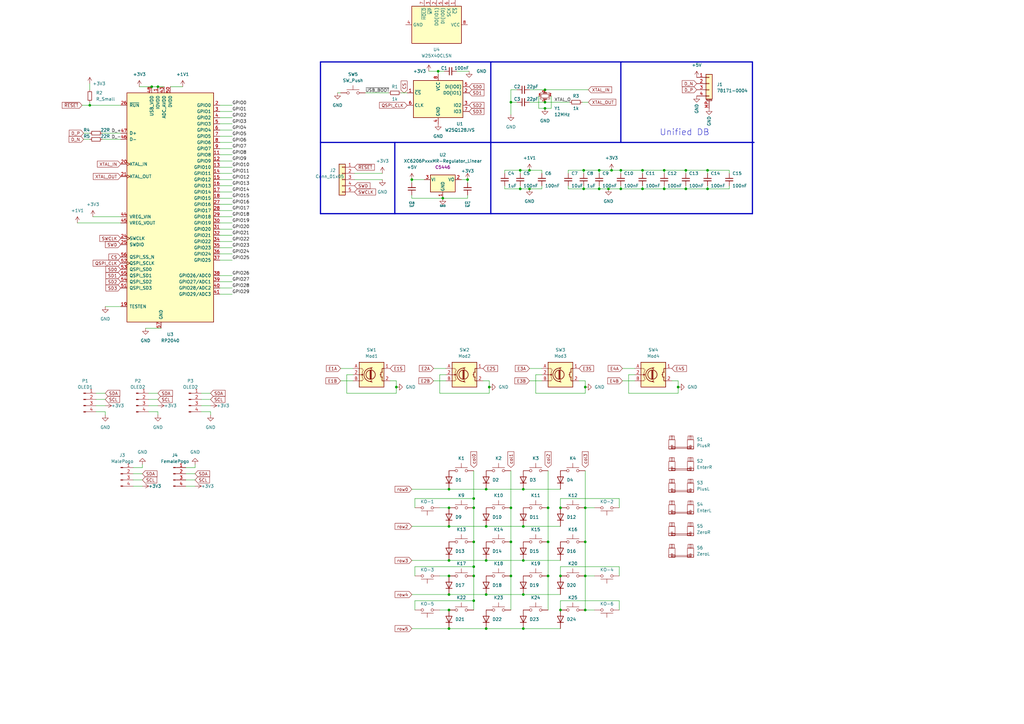
<source format=kicad_sch>
(kicad_sch (version 20230121) (generator eeschema)
  (paper "A3")
  (junction (at 200.66 158.75))
  (junction (at 217.17 77.47))
  (junction (at 184.15 229.87))
  (junction (at 162.56 158.75))
  (junction (at 214.63 200.66))
  (junction (at 64.77 35.56))
  (junction (at 229.87 236.22))
  (junction (at 214.63 243.84))
  (junction (at 240.03 236.22))
  (junction (at 199.39 257.81))
  (junction (at 240.03 250.19))
  (junction (at 184.15 257.81))
  (junction (at 224.79 208.28))
  (junction (at 194.31 232.41))
  (junction (at 181.61 81.28) (diameter 0.9144))
  (junction (at 214.63 229.87))
  (junction (at 194.31 246.38))
  (junction (at 239.395 77.47))
  (junction (at 184.15 250.19))
  (junction (at 245.745 77.47))
  (junction (at 184.15 243.84))
  (junction (at 240.03 208.28))
  (junction (at 191.77 73.66) (diameter 0.9144))
  (junction (at 199.39 200.66))
  (junction (at 223.52 41.91))
  (junction (at 199.39 215.9))
  (junction (at 184.15 200.66))
  (junction (at 209.55 222.25))
  (junction (at 240.03 158.75))
  (junction (at 278.13 158.75))
  (junction (at 184.15 208.28))
  (junction (at 213.36 77.47))
  (junction (at 254.635 77.47))
  (junction (at 184.15 236.22))
  (junction (at 245.745 69.85))
  (junction (at 250.825 69.85))
  (junction (at 179.705 29.21))
  (junction (at 223.52 36.83))
  (junction (at 213.36 69.85))
  (junction (at 184.15 215.9))
  (junction (at 240.03 222.25))
  (junction (at 239.395 69.85))
  (junction (at 224.79 236.22))
  (junction (at 214.63 215.9))
  (junction (at 229.87 208.28))
  (junction (at 62.23 35.56))
  (junction (at 281.305 77.47))
  (junction (at 290.195 77.47))
  (junction (at 281.305 69.85))
  (junction (at 217.17 69.85))
  (junction (at 224.79 222.25))
  (junction (at 263.525 77.47))
  (junction (at 209.55 236.22))
  (junction (at 194.31 222.25))
  (junction (at 223.52 44.45))
  (junction (at 194.31 208.28))
  (junction (at 199.39 229.87))
  (junction (at 254.635 69.85))
  (junction (at 249.555 77.47))
  (junction (at 229.87 250.19))
  (junction (at 209.55 208.28))
  (junction (at 214.63 257.81))
  (junction (at 290.195 69.85))
  (junction (at 209.55 41.91))
  (junction (at 199.39 243.84))
  (junction (at 194.31 204.47))
  (junction (at 168.91 73.66) (diameter 0.9144))
  (junction (at 36.83 43.18))
  (junction (at 263.525 69.85))
  (junction (at 272.415 77.47))
  (junction (at 194.31 236.22))
  (junction (at 272.415 69.85))
  (wire (pts (xy 240.03 236.22) (xy 243.84 236.22)))
  (wire (pts (xy 182.88 153.67) (xy 180.34 153.67)))
  (wire (pts (xy 229.87 204.47) (xy 229.87 208.28)))
  (wire (pts (xy 194.31 204.47) (xy 170.18 204.47)))
  (wire (pts (xy 95.25 113.03) (xy 90.17 113.03)))
  (wire (pts (xy 90.17 88.9) (xy 95.25 88.9)))
  (wire (pts (xy 209.55 36.83) (xy 209.55 41.91)))
  (wire (pts (xy 156.845 73.66) (xy 145.415 73.66)))
  (wire (pts (xy 162.56 156.21) (xy 160.02 156.21)))
  (wire (pts (xy 254.635 69.85) (xy 263.525 69.85)))
  (wire (pts (xy 238.76 41.91) (xy 241.3 41.91)))
  (wire (pts (xy 184.15 215.9) (xy 199.39 215.9)))
  (wire (pts (xy 58.42 191.77) (xy 58.42 190.5)))
  (wire (pts (xy 168.91 80.01) (xy 168.91 81.28)))
  (wire (pts (xy 168.91 73.66) (xy 168.91 74.93)))
  (wire (pts (xy 209.55 193.04) (xy 209.55 208.28)))
  (wire (pts (xy 177.8 156.21) (xy 182.88 156.21)))
  (wire (pts (xy 224.79 208.28) (xy 224.79 222.25)))
  (wire (pts (xy 217.17 36.83) (xy 223.52 36.83)))
  (wire (pts (xy 272.415 69.85) (xy 272.415 71.12)))
  (polyline (pts (xy 254.635 25.4) (xy 254.635 58.42)) (stroke (width 0.5) (type solid)))
  (wire (pts (xy 184.15 257.81) (xy 199.39 257.81)))
  (wire (pts (xy 199.39 257.81) (xy 214.63 257.81)))
  (wire (pts (xy 281.305 77.47) (xy 290.195 77.47)))
  (wire (pts (xy 233.045 69.85) (xy 239.395 69.85)))
  (wire (pts (xy 164.465 38.1) (xy 167.005 38.1)))
  (wire (pts (xy 226.06 44.45) (xy 223.52 44.45)))
  (wire (pts (xy 57.15 35.56) (xy 62.23 35.56)))
  (wire (pts (xy 263.525 77.47) (xy 263.525 76.2)))
  (wire (pts (xy 257.81 153.67) (xy 257.81 161.29)))
  (wire (pts (xy 281.305 76.2) (xy 281.305 77.47)))
  (wire (pts (xy 90.17 83.82) (xy 95.25 83.82)))
  (wire (pts (xy 200.66 156.21) (xy 198.12 156.21)))
  (wire (pts (xy 240.03 161.29) (xy 240.03 158.75)))
  (wire (pts (xy 229.87 246.38) (xy 229.87 250.19)))
  (wire (pts (xy 260.35 153.67) (xy 257.81 153.67)))
  (wire (pts (xy 76.2 199.39) (xy 80.01 199.39)))
  (wire (pts (xy 220.98 39.37) (xy 220.98 44.45)))
  (wire (pts (xy 223.52 41.91) (xy 233.68 41.91)))
  (wire (pts (xy 214.63 257.81) (xy 229.87 257.81)))
  (wire (pts (xy 257.81 161.29) (xy 278.13 161.29)))
  (wire (pts (xy 54.61 191.77) (xy 58.42 191.77)))
  (wire (pts (xy 240.03 222.25) (xy 240.03 236.22)))
  (wire (pts (xy 217.17 41.91) (xy 223.52 41.91)))
  (wire (pts (xy 209.55 41.91) (xy 209.55 46.99)))
  (wire (pts (xy 222.25 77.47) (xy 222.25 76.2)))
  (wire (pts (xy 62.23 35.56) (xy 64.77 35.56)))
  (wire (pts (xy 95.25 120.65) (xy 90.17 120.65)))
  (wire (pts (xy 299.085 69.85) (xy 299.085 71.12)))
  (wire (pts (xy 175.895 29.21) (xy 179.705 29.21)))
  (wire (pts (xy 43.18 125.73) (xy 49.53 125.73)))
  (wire (pts (xy 170.18 246.38) (xy 194.31 246.38)))
  (wire (pts (xy 199.39 200.66) (xy 214.63 200.66)))
  (wire (pts (xy 90.17 78.74) (xy 95.25 78.74)))
  (wire (pts (xy 254 246.38) (xy 229.87 246.38)))
  (wire (pts (xy 194.31 246.38) (xy 194.31 250.19)))
  (wire (pts (xy 184.15 200.66) (xy 199.39 200.66)))
  (wire (pts (xy 194.31 236.22) (xy 194.31 246.38)))
  (wire (pts (xy 138.43 38.1) (xy 139.7 38.1)))
  (wire (pts (xy 34.29 54.61) (xy 36.83 54.61)))
  (wire (pts (xy 191.77 80.01) (xy 191.77 81.28)))
  (wire (pts (xy 90.17 66.04) (xy 95.25 66.04)))
  (polyline (pts (xy 131.445 58.42) (xy 309.245 58.42)) (stroke (width 0.5) (type solid)))
  (wire (pts (xy 168.91 257.81) (xy 184.15 257.81)))
  (wire (pts (xy 219.71 161.29) (xy 240.03 161.29)))
  (wire (pts (xy 170.18 232.41) (xy 194.31 232.41)))
  (wire (pts (xy 80.01 191.77) (xy 80.01 190.5)))
  (wire (pts (xy 278.13 161.29) (xy 278.13 158.75)))
  (wire (pts (xy 49.53 91.44) (xy 31.75 91.44)))
  (wire (pts (xy 41.91 54.61) (xy 49.53 54.61)))
  (wire (pts (xy 255.27 151.13) (xy 260.35 151.13)))
  (wire (pts (xy 64.77 168.91) (xy 64.77 170.18)))
  (wire (pts (xy 54.61 196.85) (xy 58.42 196.85)))
  (wire (pts (xy 278.13 156.21) (xy 275.59 156.21)))
  (wire (pts (xy 90.17 63.5) (xy 95.25 63.5)))
  (polyline (pts (xy 131.445 25.4) (xy 201.93 25.4)) (stroke (width 0.5) (type solid)))
  (wire (pts (xy 217.17 151.13) (xy 222.25 151.13)))
  (wire (pts (xy 290.195 69.85) (xy 299.085 69.85)))
  (wire (pts (xy 168.91 200.66) (xy 184.15 200.66)))
  (wire (pts (xy 245.745 69.85) (xy 239.395 69.85)))
  (wire (pts (xy 290.195 77.47) (xy 299.085 77.47)))
  (wire (pts (xy 90.17 55.88) (xy 95.25 55.88)))
  (wire (pts (xy 199.39 215.9) (xy 214.63 215.9)))
  (wire (pts (xy 168.91 229.87) (xy 184.15 229.87)))
  (wire (pts (xy 90.17 58.42) (xy 95.25 58.42)))
  (wire (pts (xy 239.395 69.85) (xy 239.395 71.12)))
  (polyline (pts (xy 131.445 87.63) (xy 308.61 87.63)) (stroke (width 0.5) (type solid)))
  (wire (pts (xy 82.55 166.37) (xy 86.36 166.37)))
  (wire (pts (xy 168.91 243.84) (xy 184.15 243.84)))
  (wire (pts (xy 90.17 91.44) (xy 95.25 91.44)))
  (wire (pts (xy 290.195 69.85) (xy 290.195 71.12)))
  (wire (pts (xy 69.85 35.56) (xy 74.93 35.56)))
  (wire (pts (xy 184.15 243.84) (xy 199.39 243.84)))
  (wire (pts (xy 54.61 194.31) (xy 58.42 194.31)))
  (wire (pts (xy 217.17 77.47) (xy 222.25 77.47)))
  (wire (pts (xy 217.17 69.85) (xy 213.36 69.85)))
  (wire (pts (xy 240.03 193.04) (xy 240.03 208.28)))
  (wire (pts (xy 213.36 77.47) (xy 217.17 77.47)))
  (wire (pts (xy 95.25 106.68) (xy 90.17 106.68)))
  (wire (pts (xy 207.01 77.47) (xy 213.36 77.47)))
  (wire (pts (xy 199.39 229.87) (xy 214.63 229.87)))
  (wire (pts (xy 272.415 69.85) (xy 281.305 69.85)))
  (wire (pts (xy 217.17 156.21) (xy 222.25 156.21)))
  (wire (pts (xy 34.29 57.15) (xy 36.83 57.15)))
  (wire (pts (xy 95.25 118.11) (xy 90.17 118.11)))
  (wire (pts (xy 224.79 222.25) (xy 224.79 236.22)))
  (wire (pts (xy 245.745 69.85) (xy 250.825 69.85)))
  (wire (pts (xy 263.525 77.47) (xy 272.415 77.47)))
  (wire (pts (xy 281.305 69.85) (xy 281.305 71.12)))
  (wire (pts (xy 36.83 34.29) (xy 36.83 36.83)))
  (wire (pts (xy 194.31 208.28) (xy 194.31 222.25)))
  (wire (pts (xy 95.25 96.52) (xy 90.17 96.52)))
  (wire (pts (xy 240.03 156.21) (xy 237.49 156.21)))
  (wire (pts (xy 254 236.22) (xy 254 232.41)))
  (wire (pts (xy 254 250.19) (xy 254 246.38)))
  (wire (pts (xy 272.415 76.2) (xy 272.415 77.47)))
  (wire (pts (xy 168.91 73.66) (xy 173.99 73.66)))
  (wire (pts (xy 180.34 208.28) (xy 184.15 208.28)))
  (wire (pts (xy 212.09 36.83) (xy 209.55 36.83)))
  (wire (pts (xy 209.55 208.28) (xy 209.55 222.25)))
  (wire (pts (xy 90.17 50.8) (xy 95.25 50.8)))
  (wire (pts (xy 76.2 194.31) (xy 80.01 194.31)))
  (wire (pts (xy 222.25 153.67) (xy 219.71 153.67)))
  (polyline (pts (xy 255.27 25.4) (xy 308.61 25.4)) (stroke (width 0.5) (type solid)))
  (wire (pts (xy 223.52 36.83) (xy 241.3 36.83)))
  (wire (pts (xy 254.635 69.85) (xy 254.635 71.12)))
  (wire (pts (xy 43.18 168.91) (xy 43.18 170.18)))
  (wire (pts (xy 170.18 204.47) (xy 170.18 208.28)))
  (wire (pts (xy 90.17 81.28) (xy 95.25 81.28)))
  (wire (pts (xy 224.79 236.22) (xy 224.79 250.19)))
  (wire (pts (xy 142.24 153.67) (xy 142.24 161.29)))
  (wire (pts (xy 76.2 191.77) (xy 80.01 191.77)))
  (wire (pts (xy 90.17 43.18) (xy 95.25 43.18)))
  (wire (pts (xy 168.91 215.9) (xy 184.15 215.9)))
  (wire (pts (xy 209.55 236.22) (xy 209.55 250.19)))
  (wire (pts (xy 240.03 250.19) (xy 243.84 250.19)))
  (wire (pts (xy 95.25 115.57) (xy 90.17 115.57)))
  (wire (pts (xy 290.195 77.47) (xy 290.195 76.2)))
  (wire (pts (xy 281.305 69.85) (xy 290.195 69.85)))
  (wire (pts (xy 86.36 168.91) (xy 86.36 170.18)))
  (wire (pts (xy 245.745 76.2) (xy 245.745 77.47)))
  (wire (pts (xy 219.71 153.67) (xy 219.71 161.29)))
  (wire (pts (xy 180.34 153.67) (xy 180.34 161.29)))
  (wire (pts (xy 180.34 161.29) (xy 200.66 161.29)))
  (wire (pts (xy 82.55 168.91) (xy 86.36 168.91)))
  (wire (pts (xy 199.39 243.84) (xy 214.63 243.84)))
  (wire (pts (xy 33.655 43.18) (xy 36.83 43.18)))
  (wire (pts (xy 255.27 156.21) (xy 260.35 156.21)))
  (wire (pts (xy 179.705 29.21) (xy 182.245 29.21)))
  (wire (pts (xy 64.77 35.56) (xy 67.31 35.56)))
  (polyline (pts (xy 131.445 87.63) (xy 131.445 25.4)) (stroke (width 0.5) (type solid)))
  (wire (pts (xy 194.31 193.04) (xy 194.31 204.47)))
  (wire (pts (xy 249.555 77.47) (xy 254.635 77.47)))
  (wire (pts (xy 191.77 73.66) (xy 191.77 74.93)))
  (wire (pts (xy 90.17 48.26) (xy 95.25 48.26)))
  (wire (pts (xy 90.17 71.12) (xy 95.25 71.12)))
  (wire (pts (xy 90.17 53.34) (xy 95.25 53.34)))
  (wire (pts (xy 162.56 158.75) (xy 162.56 156.21)))
  (wire (pts (xy 200.66 161.29) (xy 200.66 158.75)))
  (wire (pts (xy 38.1 88.9) (xy 49.53 88.9)))
  (wire (pts (xy 240.03 158.75) (xy 240.03 156.21)))
  (wire (pts (xy 184.15 229.87) (xy 199.39 229.87)))
  (wire (pts (xy 250.825 69.85) (xy 254.635 69.85)))
  (wire (pts (xy 41.91 57.15) (xy 49.53 57.15)))
  (wire (pts (xy 229.87 232.41) (xy 229.87 236.22)))
  (wire (pts (xy 54.61 199.39) (xy 58.42 199.39)))
  (wire (pts (xy 299.085 77.47) (xy 299.085 76.2)))
  (wire (pts (xy 214.63 215.9) (xy 229.87 215.9)))
  (wire (pts (xy 142.24 161.29) (xy 162.56 161.29)))
  (wire (pts (xy 180.34 250.19) (xy 184.15 250.19)))
  (wire (pts (xy 209.55 222.25) (xy 209.55 236.22)))
  (polyline (pts (xy 201.93 25.4) (xy 255.27 25.4)) (stroke (width 0.5) (type solid)))
  (wire (pts (xy 36.83 43.18) (xy 49.53 43.18)))
  (wire (pts (xy 189.23 73.66) (xy 191.77 73.66)))
  (wire (pts (xy 39.37 163.83) (xy 43.18 163.83)))
  (wire (pts (xy 207.01 76.2) (xy 207.01 77.47)))
  (wire (pts (xy 82.55 161.29) (xy 86.36 161.29)))
  (wire (pts (xy 95.25 99.06) (xy 90.17 99.06)))
  (wire (pts (xy 245.745 77.47) (xy 249.555 77.47)))
  (wire (pts (xy 263.525 69.85) (xy 272.415 69.85)))
  (wire (pts (xy 90.17 86.36) (xy 95.25 86.36)))
  (wire (pts (xy 254 204.47) (xy 229.87 204.47)))
  (wire (pts (xy 90.17 60.96) (xy 95.25 60.96)))
  (wire (pts (xy 278.13 158.75) (xy 278.13 156.21)))
  (wire (pts (xy 95.25 101.6) (xy 90.17 101.6)))
  (wire (pts (xy 76.2 196.85) (xy 80.01 196.85)))
  (wire (pts (xy 95.25 104.14) (xy 90.17 104.14)))
  (wire (pts (xy 213.36 76.2) (xy 213.36 77.47)))
  (wire (pts (xy 233.045 71.12) (xy 233.045 69.85)))
  (wire (pts (xy 187.325 29.21) (xy 192.405 29.21)))
  (wire (pts (xy 209.55 41.91) (xy 212.09 41.91)))
  (wire (pts (xy 39.37 168.91) (xy 43.18 168.91)))
  (wire (pts (xy 82.55 163.83) (xy 86.36 163.83)))
  (wire (pts (xy 217.17 69.85) (xy 222.25 69.85)))
  (wire (pts (xy 214.63 229.87) (xy 229.87 229.87)))
  (wire (pts (xy 59.69 134.62) (xy 66.04 134.62)))
  (wire (pts (xy 90.17 76.2) (xy 95.25 76.2)))
  (wire (pts (xy 170.18 250.19) (xy 170.18 246.38)))
  (wire (pts (xy 90.17 68.58) (xy 95.25 68.58)))
  (wire (pts (xy 200.66 158.75) (xy 200.66 156.21)))
  (polyline (pts (xy 161.925 58.42) (xy 161.925 87.63)) (stroke (width 0.5) (type solid)))
  (wire (pts (xy 95.25 93.98) (xy 90.17 93.98)))
  (wire (pts (xy 226.06 39.37) (xy 226.06 44.45)))
  (wire (pts (xy 194.31 204.47) (xy 194.31 208.28)))
  (wire (pts (xy 181.61 81.28) (xy 191.77 81.28)))
  (wire (pts (xy 254 208.28) (xy 254 204.47)))
  (wire (pts (xy 240.03 208.28) (xy 240.03 222.25)))
  (wire (pts (xy 254.635 77.47) (xy 263.525 77.47)))
  (wire (pts (xy 233.045 76.2) (xy 233.045 77.47)))
  (wire (pts (xy 214.63 200.66) (xy 229.87 200.66)))
  (wire (pts (xy 194.31 232.41) (xy 194.31 236.22)))
  (wire (pts (xy 39.37 161.29) (xy 43.18 161.29)))
  (wire (pts (xy 213.36 69.85) (xy 207.01 69.85)))
  (wire (pts (xy 145.415 71.12) (xy 156.845 71.12)))
  (wire (pts (xy 90.17 45.72) (xy 95.25 45.72)))
  (wire (pts (xy 214.63 243.84) (xy 229.87 243.84)))
  (wire (pts (xy 181.61 81.28) (xy 168.91 81.28)))
  (wire (pts (xy 162.56 161.29) (xy 162.56 158.75)))
  (wire (pts (xy 36.83 41.91) (xy 36.83 43.18)))
  (wire (pts (xy 177.8 151.13) (xy 182.88 151.13)))
  (wire (pts (xy 240.03 236.22) (xy 240.03 250.19)))
  (wire (pts (xy 170.18 236.22) (xy 170.18 232.41)))
  (wire (pts (xy 179.705 29.21) (xy 179.705 30.48)))
  (wire (pts (xy 60.96 166.37) (xy 64.77 166.37)))
  (wire (pts (xy 149.86 38.1) (xy 159.385 38.1)))
  (wire (pts (xy 39.37 166.37) (xy 43.18 166.37)))
  (wire (pts (xy 263.525 69.85) (xy 263.525 71.12)))
  (wire (pts (xy 222.25 69.85) (xy 222.25 71.12)))
  (wire (pts (xy 60.96 163.83) (xy 64.77 163.83)))
  (wire (pts (xy 224.79 193.04) (xy 224.79 208.28)))
  (wire (pts (xy 220.98 44.45) (xy 223.52 44.45)))
  (wire (pts (xy 60.96 161.29) (xy 64.77 161.29)))
  (wire (pts (xy 245.745 69.85) (xy 245.745 71.12)))
  (wire (pts (xy 272.415 77.47) (xy 281.305 77.47)))
  (wire (pts (xy 60.96 168.91) (xy 64.77 168.91)))
  (wire (pts (xy 254 232.41) (xy 229.87 232.41)))
  (wire (pts (xy 194.31 222.25) (xy 194.31 232.41)))
  (wire (pts (xy 254.635 77.47) (xy 254.635 76.2)))
  (wire (pts (xy 240.03 208.28) (xy 243.84 208.28)))
  (wire (pts (xy 239.395 76.2) (xy 239.395 77.47)))
  (polyline (pts (xy 201.295 25.4) (xy 201.295 87.63)) (stroke (width 0.5) (type solid)))
  (polyline (pts (xy 308.61 87.63) (xy 308.61 25.4)) (stroke (width 0.5) (type solid)))
  (wire (pts (xy 139.7 151.13) (xy 144.78 151.13)))
  (wire (pts (xy 207.01 69.85) (xy 207.01 71.12)))
  (wire (pts (xy 144.78 153.67) (xy 142.24 153.67)))
  (wire (pts (xy 180.34 236.22) (xy 184.15 236.22)))
  (wire (pts (xy 213.36 69.85) (xy 213.36 71.12)))
  (wire (pts (xy 139.7 156.21) (xy 144.78 156.21)))
  (wire (pts (xy 90.17 73.66) (xy 95.25 73.66)))
  (wire (pts (xy 239.395 77.47) (xy 245.745 77.47)))
  (wire (pts (xy 233.045 77.47) (xy 239.395 77.47)))
  (text "Unified DB" (at 270.51 55.88 0) (effects (font (size 2.54 2.54)) (justify left bottom)))
  (label "GPIO17" (at 95.25 86.36 0))
  (label "GPIO12" (at 95.25 73.66 0))
  (label "GPIO16" (at 95.25 83.82 0))
  (label "GPIO13" (at 95.25 76.2 0))
  (label "GPIO21" (at 95.25 96.52 0))
  (label "XTAL_O" (at 227.33 41.91 0))
  (label "GPIO3" (at 95.25 50.8 0))
  (label "GPIO9" (at 95.25 66.04 0))
  (label "GPIO5" (at 95.25 55.88 0))
  (label "GPIO6" (at 95.25 58.42 0))
  (label "GPIO24" (at 95.25 104.14 0))
  (label "GPIO11" (at 95.25 71.12 0))
  (label "GPIO1" (at 95.25 45.72 0))
  (label "GPIO25" (at 95.25 106.68 0))
  (label "GPIO10" (at 95.25 68.58 0))
  (label "GPIO8" (at 95.25 63.5 0))
  (label "GPIO19" (at 95.25 91.44 0))
  (label "GPIO4" (at 95.25 53.34 0))
  (label "GPIO22" (at 95.25 99.06 0))
  (label "GPIO2" (at 95.25 48.26 0))
  (label "~{USB_BOOT}" (at 149.86 38.1 0))
  (label "GPIO14" (at 95.25 78.74 0))
  (label "GPIO18" (at 95.25 88.9 0))
  (label "GPIO0" (at 95.25 43.18 0))
  (label "GPIO27" (at 95.25 115.57 0))
  (label "GPIO28" (at 95.25 118.11 0))
  (label "D_+" (at 45.72 54.61 0))
  (label "GPIO29" (at 95.25 120.65 0))
  (label "GPIO7" (at 95.25 60.96 0))
  (label "GPIO20" (at 95.25 93.98 0))
  (label "GPIO23" (at 95.25 101.6 0))
  (label "GPIO15" (at 95.25 81.28 0))
  (label "GPIO26" (at 95.25 113.03 0))
  (label "D_-" (at 45.72 57.15 0))
  (global_label "SD1" (shape input) (at 49.53 113.03 180) (property "Intersheetrefs" "${INTERSHEET_REFS}" (effects hide)))
  (global_label "SWCLK" (shape input) (at 49.53 97.79 180) (property "Intersheetrefs" "${INTERSHEET_REFS}" (effects hide)))
  (global_label "row4" (shape input) (at 168.91 243.84 180) (property "Intersheetrefs" "${INTERSHEET_REFS}" (effects hide)))
  (global_label "E3A" (shape input) (at 217.17 151.13 180) (property "Intersheetrefs" "${INTERSHEET_REFS}" (effects hide)))
  (global_label "E1A" (shape input) (at 139.7 151.13 180) (property "Intersheetrefs" "${INTERSHEET_REFS}" (effects hide)))
  (global_label "row2" (shape input) (at 168.91 215.9 180) (property "Intersheetrefs" "${INTERSHEET_REFS}" (effects hide)))
  (global_label "CS" (shape input) (at 49.53 105.41 180) (property "Intersheetrefs" "${INTERSHEET_REFS}" (effects hide)))
  (global_label "~{RESET}" (shape input) (at 33.655 43.18 180) (property "Intersheetrefs" "${INTERSHEET_REFS}" (effects hide)))
  (global_label "E4B" (shape input) (at 255.27 156.21 180) (property "Intersheetrefs" "${INTERSHEET_REFS}" (effects hide)))
  (global_label "E4A" (shape input) (at 255.27 151.13 180) (property "Intersheetrefs" "${INTERSHEET_REFS}" (effects hide)))
  (global_label "SWCLK" (shape input) (at 145.415 78.74 0) (property "Intersheetrefs" "${INTERSHEET_REFS}" (effects hide)))
  (global_label "SDA" (shape input) (at 86.36 161.29 0) (property "Intersheetrefs" "${INTERSHEET_REFS}" (effects hide)))
  (global_label "SCL" (shape input) (at 86.36 163.83 0) (property "Intersheetrefs" "${INTERSHEET_REFS}" (effects hide)))
  (global_label "SD3" (shape input) (at 49.53 118.11 180) (property "Intersheetrefs" "${INTERSHEET_REFS}" (effects hide)))
  (global_label "SD2" (shape input) (at 192.405 43.18 0) (property "Intersheetrefs" "${INTERSHEET_REFS}" (effects hide)))
  (global_label "XTAL_IN" (shape input) (at 241.3 36.83 0) (property "Intersheetrefs" "${INTERSHEET_REFS}" (effects hide)))
  (global_label "XTAL_OUT" (shape input) (at 241.3 41.91 0) (property "Intersheetrefs" "${INTERSHEET_REFS}" (effects hide)))
  (global_label "E1S" (shape input) (at 160.02 151.13 0) (property "Intersheetrefs" "${INTERSHEET_REFS}" (effects hide)))
  (global_label "XTAL_OUT" (shape input) (at 49.53 72.39 180) (property "Intersheetrefs" "${INTERSHEET_REFS}" (effects hide)))
  (global_label "D_N" (shape input) (at 285.75 34.29 180) (property "Intersheetrefs" "${INTERSHEET_REFS}" (effects hide)))
  (global_label "row3" (shape input) (at 168.91 229.87 180) (property "Intersheetrefs" "${INTERSHEET_REFS}" (effects hide)))
  (global_label "row0" (shape input) (at 168.91 200.66 180) (property "Intersheetrefs" "${INTERSHEET_REFS}" (effects hide)))
  (global_label "QSPI_CLK" (shape input) (at 167.005 43.18 180) (property "Intersheetrefs" "${INTERSHEET_REFS}" (effects hide)))
  (global_label "CS" (shape input) (at 165.735 38.1 90) (property "Intersheetrefs" "${INTERSHEET_REFS}" (effects hide)))
  (global_label "~{RESET}" (shape input) (at 145.415 68.58 0) (property "Intersheetrefs" "${INTERSHEET_REFS}" (effects hide)))
  (global_label "SCL" (shape input) (at 64.77 163.83 0) (property "Intersheetrefs" "${INTERSHEET_REFS}" (effects hide)))
  (global_label "QSPI_CLK" (shape input) (at 49.53 107.95 180) (property "Intersheetrefs" "${INTERSHEET_REFS}" (effects hide)))
  (global_label "SD0" (shape input) (at 192.405 35.56 0) (property "Intersheetrefs" "${INTERSHEET_REFS}" (effects hide)))
  (global_label "SDA" (shape input) (at 80.01 194.31 0) (property "Intersheetrefs" "${INTERSHEET_REFS}" (effects hide)))
  (global_label "SDA" (shape input) (at 58.42 194.31 0) (property "Intersheetrefs" "${INTERSHEET_REFS}" (effects hide)))
  (global_label "E3B" (shape input) (at 217.17 156.21 180) (property "Intersheetrefs" "${INTERSHEET_REFS}" (effects hide)))
  (global_label "D_P" (shape input) (at 285.75 36.83 180) (property "Intersheetrefs" "${INTERSHEET_REFS}" (effects hide)))
  (global_label "SD0" (shape input) (at 200.66 -20.32 0) (property "Intersheetrefs" "${INTERSHEET_REFS}" (effects hide)))
  (global_label "col0" (shape input) (at 194.31 191.77 90) (property "Intersheetrefs" "${INTERSHEET_REFS}" (effects hide)))
  (global_label "SD0" (shape input) (at 49.53 110.49 180) (property "Intersheetrefs" "${INTERSHEET_REFS}" (effects hide)))
  (global_label "SWD" (shape input) (at 145.415 76.2 0) (property "Intersheetrefs" "${INTERSHEET_REFS}" (effects hide)))
  (global_label "SD2" (shape input) (at 49.53 115.57 180) (property "Intersheetrefs" "${INTERSHEET_REFS}" (effects hide)))
  (global_label "col3" (shape input) (at 240.03 191.77 90) (property "Intersheetrefs" "${INTERSHEET_REFS}" (effects hide)))
  (global_label "SDA" (shape input) (at 64.77 161.29 0) (property "Intersheetrefs" "${INTERSHEET_REFS}" (effects hide)))
  (global_label "SCL" (shape input) (at 58.42 196.85 0) (property "Intersheetrefs" "${INTERSHEET_REFS}" (effects hide)))
  (global_label "D_P" (shape input) (at 34.29 54.61 180) (property "Intersheetrefs" "${INTERSHEET_REFS}" (effects hide)))
  (global_label "E1B" (shape input) (at 139.7 156.21 180) (property "Intersheetrefs" "${INTERSHEET_REFS}" (effects hide)))
  (global_label "E2B" (shape input) (at 177.8 156.21 180) (property "Intersheetrefs" "${INTERSHEET_REFS}" (effects hide)))
  (global_label "col1" (shape input) (at 209.55 191.77 90) (property "Intersheetrefs" "${INTERSHEET_REFS}" (effects hide)))
  (global_label "SD1" (shape input) (at 192.405 38.1 0) (property "Intersheetrefs" "${INTERSHEET_REFS}" (effects hide)))
  (global_label "E3S" (shape input) (at 237.49 151.13 0) (property "Intersheetrefs" "${INTERSHEET_REFS}" (effects hide)))
  (global_label "SD1" (shape input) (at 200.66 -17.78 0) (property "Intersheetrefs" "${INTERSHEET_REFS}" (effects hide)))
  (global_label "SCL" (shape input) (at 80.01 196.85 0) (property "Intersheetrefs" "${INTERSHEET_REFS}" (effects hide)))
  (global_label "SDA" (shape input) (at 43.18 161.29 0) (property "Intersheetrefs" "${INTERSHEET_REFS}" (effects hide)))
  (global_label "col2" (shape input) (at 224.79 191.77 90) (property "Intersheetrefs" "${INTERSHEET_REFS}" (effects hide)))
  (global_label "E2S" (shape input) (at 198.12 151.13 0) (property "Intersheetrefs" "${INTERSHEET_REFS}" (effects hide)))
  (global_label "SD3" (shape input) (at 192.405 45.72 0) (property "Intersheetrefs" "${INTERSHEET_REFS}" (effects hide)))
  (global_label "SWD" (shape input) (at 49.53 100.33 180) (property "Intersheetrefs" "${INTERSHEET_REFS}" (effects hide)))
  (global_label "SCL" (shape input) (at 43.18 163.83 0) (property "Intersheetrefs" "${INTERSHEET_REFS}" (effects hide)))
  (global_label "E4S" (shape input) (at 275.59 151.13 0) (property "Intersheetrefs" "${INTERSHEET_REFS}" (effects hide)))
  (global_label "E2A" (shape input) (at 177.8 151.13 180) (property "Intersheetrefs" "${INTERSHEET_REFS}" (effects hide)))
  (global_label "row5" (shape input) (at 168.91 257.81 180) (property "Intersheetrefs" "${INTERSHEET_REFS}" (effects hide)))
  (global_label "D_N" (shape input) (at 34.29 57.15 180) (property "Intersheetrefs" "${INTERSHEET_REFS}" (effects hide)))
  (global_label "XTAL_IN" (shape input) (at 49.53 67.31 180) (property "Intersheetrefs" "${INTERSHEET_REFS}" (effects hide)))
  (symbol (lib_id "Device:C_Small") (at 299.085 73.66 0) (unit 1)
    (property "Reference" "C15" (at 300.355 71.1199 0) (effects (justify left)))
    (property "Value" "100nF" (at 300.355 76.1999 0) (effects (justify left)))
    (property "Footprint" "Capacitor_SMD:C_0402_1005Metric" (effects hide))
    (property "LCSC" "C1525" (effects hide))
  )
  (symbol (lib_id "Connector:Conn_01x04_Male") (at 77.47 163.83 0) (unit 1)
    (property "Reference" "P3" (at 78.105 156.21 0))
    (property "Value" "OLED2" (at 78.105 158.75 0))
    (property "Footprint" "Libraries:OLED_v2" (effects hide))
  )
  (symbol (lib_id "power:+3V3") (at 156.845 71.12 0) (unit 1)
    (property "Reference" "#PWR014" (effects hide))
    (property "Value" "+3V3" (at 156.845 66.04 0))
  )
  (symbol (lib_name "SW_Push_1") (lib_id "Switch:SW_Push") (at 175.26 208.28 180) (unit 1)
    (property "Reference" "KO-1" (at 175.26 205.74 0))
    (property "Value" "Left+" (effects hide))
    (property "Footprint" "Switch_Keyboard_Hotswap_Kailh:SW_Hotswap_Kailh_MX_plated_1.00u_Vias" (effects hide))
  )
  (symbol (lib_id "marbastlib-mx:MX_stab") (at 279.4 226.06 0) (unit 1)
    (property "Reference" "S6" (at 285.75 224.6629 0) (effects (justify left)))
    (property "Value" "ZeroL" (at 285.75 227.2029 0) (effects (justify left)))
    (property "Footprint" "marbastlib-mx:STAB_MX_P_2u" (effects hide))
  )
  (symbol (lib_id "Switch:SW_Push") (at 189.23 250.19 0) (unit 1)
    (property "Reference" "K22" (at 189.23 245.11 0))
    (property "Value" "LZero" (effects hide))
    (property "Footprint" "Switch_Keyboard_Hotswap_Kailh:SW_Hotswap_Millmax_1.00u" (effects hide))
  )
  (symbol (lib_id "Switch:SW_Push") (at 189.23 208.28 0) (unit 1)
    (property "Reference" "K9" (at 189.23 203.2 0))
    (property "Value" "7" (effects hide))
    (property "Footprint" "Switch_Keyboard_Hotswap_Kailh:SW_Hotswap_Kailh_MX_plated_1.00u_Vias" (effects hide))
  )
  (symbol (lib_id "marbastlib-various:Hotswap_MX_Encoder") (at 267.97 153.67 0) (unit 1)
    (property "Reference" "SW4" (at 267.97 143.51 0))
    (property "Value" "Mod4" (at 267.97 146.05 0))
    (property "Footprint" "Switch_Keyboard_Hotswap_Kailh:SW_Hotswap_Kailh_MX_plated_1.00u_Enc_Standalone" (effects hide))
  )
  (symbol (lib_id "power:+3V3") (at 36.83 34.29 0) (unit 1)
    (property "Reference" "#PWR03" (effects hide))
    (property "Value" "+3V3" (at 40.64 34.29 0))
  )
  (symbol (lib_id "power:GND") (at 64.77 170.18 0) (unit 1)
    (property "Reference" "#PWR032" (effects hide))
    (property "Value" "GND" (at 64.77 175.26 0))
  )
  (symbol (lib_id "Device:C_Small") (at 254.635 73.66 0) (unit 1)
    (property "Reference" "C10" (at 255.905 71.1199 0) (effects (justify left)))
    (property "Value" "100nF" (at 255.905 76.1999 0) (effects (justify left)))
    (property "Footprint" "Capacitor_SMD:C_0402_1005Metric" (effects hide))
    (property "LCSC" "C1525" (effects hide))
  )
  (symbol (lib_id "Device:R_Small") (at 39.37 57.15 90) (unit 1)
    (property "Reference" "R5" (at 35.56 55.88 90))
    (property "Value" "22R" (at 43.18 55.88 90))
    (property "Footprint" "Resistor_SMD:R_0603_1608Metric" (effects hide))
    (property "LCSC" "C25190" (effects hide))
  )
  (symbol (lib_id "Diode:1N4148W") (at 199.39 226.06 90) (unit 1)
    (property "Reference" "D14" (at 201.93 226.0599 90) (effects (justify right)))
    (property "Value" "1N4148W" (effects hide))
    (property "Footprint" "Diode_SMD:D_SOD-123" (effects hide))
    (property "Datasheet" "https://www.vishay.com/docs/85748/1n4148w.pdf" (effects hide))
  )
  (symbol (lib_id "kicad-keyboard-parts:XC6206PxxxMR-Regulator_Linear") (at 181.61 73.66 0) (unit 1)
    (property "Reference" "U2" (at 181.61 63.5 0))
    (property "Value" "XC6206PxxxMR-Regulator_Linear" (at 181.61 66.04 0))
    (property "Footprint" "Package_TO_SOT_SMD:SOT-23" (effects hide))
    (property "Datasheet" "https://www.torexsemi.com/file/xc6206/XC6206.pdf" (effects hide))
    (property "LCSC" "C5446" (at 181.61 68.58 0))
  )
  (symbol (lib_id "Connector:Conn_01x04_Male") (at 49.53 194.31 0) (unit 1)
    (property "Reference" "J3" (at 50.165 186.69 0))
    (property "Value" "MalePogo" (at 50.165 189.23 0))
    (property "Footprint" "Connector_PinHeader_2.54mm:PinHeader_1x04_P2.54mm_Vertical" (effects hide))
  )
  (symbol (lib_id "power:+3V3") (at 38.1 88.9 0) (unit 1)
    (property "Reference" "#PWR021" (effects hide))
    (property "Value" "+3V3" (at 38.1 83.82 0))
  )
  (symbol (lib_id "Diode:1N4148W") (at 229.87 254 90) (unit 1)
    (property "Reference" "D24" (at 232.41 253.9999 90) (effects (justify right)))
    (property "Value" "1N4148W" (effects hide))
    (property "Footprint" "Diode_SMD:D_SOD-123" (effects hide))
    (property "Datasheet" "https://www.vishay.com/docs/85748/1n4148w.pdf" (effects hide))
  )
  (symbol (lib_id "Device:R_Small") (at 161.925 38.1 90) (unit 1)
    (property "Reference" "R1" (at 161.925 35.56 90))
    (property "Value" "1k" (at 161.925 40.64 90))
    (property "Footprint" "Resistor_SMD:R_0402_1005Metric" (effects hide))
    (property "LCSC" "C11702" (effects hide))
  )
  (symbol (lib_id "Device:C_Small") (at 207.01 73.66 0) (unit 1)
    (property "Reference" "C4" (at 208.28 71.1199 0) (effects (justify left)))
    (property "Value" "1uF" (at 208.28 76.1999 0) (effects (justify left)))
    (property "Footprint" "Capacitor_SMD:C_0402_1005Metric" (effects hide))
    (property "LCSC" "C52923" (effects hide))
  )
  (symbol (lib_id "Device:Crystal_GND24_Small") (at 223.52 39.37 90) (unit 1)
    (property "Reference" "Y1" (at 227.33 44.45 90) (effects (justify right)))
    (property "Value" "12MHz" (at 227.33 46.99 90) (effects (justify right)))
    (property "Footprint" "Crystal:Crystal_SMD_3225-4Pin_3.2x2.5mm" (effects hide))
    (property "LCSC" "C9002" (effects hide))
  )
  (symbol (lib_id "Switch:SW_Push") (at 189.23 236.22 0) (unit 1)
    (property "Reference" "K17" (at 189.23 231.14 0))
    (property "Value" "1" (effects hide))
    (property "Footprint" "Switch_Keyboard_Hotswap_Kailh:SW_Hotswap_Kailh_MX_plated_1.00u_Vias" (effects hide))
  )
  (symbol (lib_id "Device:C_Small") (at 281.305 73.66 0) (unit 1)
    (property "Reference" "C13" (at 282.575 71.1199 0) (effects (justify left)))
    (property "Value" "100nF" (at 282.575 76.1999 0) (effects (justify left)))
    (property "Footprint" "Capacitor_SMD:C_0402_1005Metric" (effects hide))
    (property "LCSC" "C1525" (effects hide))
  )
  (symbol (lib_id "power:GND") (at 156.845 73.66 0) (unit 1)
    (property "Reference" "#PWR015" (effects hide))
    (property "Value" "GND" (at 156.845 78.74 0))
  )
  (symbol (lib_id "Switch:SW_Push") (at 219.71 208.28 0) (unit 1)
    (property "Reference" "K11" (at 219.71 203.2 0))
    (property "Value" "9" (effects hide))
    (property "Footprint" "Switch_Keyboard_Hotswap_Kailh:SW_Hotswap_Kailh_MX_plated_1.00u_Vias" (effects hide))
  )
  (symbol (lib_id "power:GND") (at 80.01 190.5 180) (unit 1)
    (property "Reference" "#PWR036" (effects hide))
    (property "Value" "GND" (at 80.01 185.42 0))
  )
  (symbol (lib_id "Diode:1N4148W") (at 184.15 254 90) (unit 1)
    (property "Reference" "D21" (at 186.69 253.9999 90) (effects (justify right)))
    (property "Value" "1N4148W" (effects hide))
    (property "Footprint" "Diode_SMD:D_SOD-123" (effects hide))
    (property "Datasheet" "https://www.vishay.com/docs/85748/1n4148w.pdf" (effects hide))
  )
  (symbol (lib_id "Switch:SW_Push") (at 219.71 222.25 0) (unit 1)
    (property "Reference" "K15" (at 219.71 217.17 0))
    (property "Value" "6" (effects hide))
    (property "Footprint" "Switch_Keyboard_Hotswap_Kailh:SW_Hotswap_Kailh_MX_plated_1.00u_Vias" (effects hide))
  )
  (symbol (lib_id "Connector:Conn_01x04_Male") (at 55.88 163.83 0) (unit 1)
    (property "Reference" "P2" (at 56.515 156.21 0))
    (property "Value" "OLED2" (at 56.515 158.75 0))
    (property "Footprint" "Libraries:OLED_v2" (effects hide))
  )
  (symbol (lib_id "marbastlib-mx:MX_stab") (at 279.4 208.28 0) (unit 1)
    (property "Reference" "S4" (at 285.75 206.8829 0) (effects (justify left)))
    (property "Value" "EnterL" (at 285.75 209.4229 0) (effects (justify left)))
    (property "Footprint" "marbastlib-mx:STAB_MX_2u" (effects hide))
  )
  (symbol (lib_name "SW_Push_1") (lib_id "Switch:SW_Push") (at 175.26 250.19 180) (unit 1)
    (property "Reference" "KO-5" (at 175.26 247.65 0))
    (property "Value" "OPT4" (effects hide))
    (property "Footprint" "Switch_Keyboard_Hotswap_Kailh:SW_Hotswap_Millmax_1.00u" (effects hide))
  )
  (symbol (lib_id "marbastlib-mx:MX_stab") (at 279.4 181.61 0) (unit 1)
    (property "Reference" "S1" (at 285.75 180.2129 0) (effects (justify left)))
    (property "Value" "PlusR" (at 285.75 182.7529 0) (effects (justify left)))
    (property "Footprint" "marbastlib-mx:STAB_MX_P_2u" (effects hide))
  )
  (symbol (lib_id "Diode:1N4148W") (at 184.15 240.03 90) (unit 1)
    (property "Reference" "D17" (at 186.69 240.0299 90) (effects (justify right)))
    (property "Value" "1N4148W" (effects hide))
    (property "Footprint" "Diode_SMD:D_SOD-123" (effects hide))
    (property "Datasheet" "https://www.vishay.com/docs/85748/1n4148w.pdf" (effects hide))
  )
  (symbol (lib_id "power:GND") (at 162.56 158.75 90) (unit 1)
    (property "Reference" "#PWR025" (effects hide))
    (property "Value" "GND" (at 166.37 158.7499 90) (effects (justify right)))
  )
  (symbol (lib_id "power:+3V3") (at 175.895 29.21 0) (unit 1)
    (property "Reference" "#PWR02" (effects hide))
    (property "Value" "+3V3" (at 172.085 29.21 0))
  )
  (symbol (lib_id "power:GND") (at 200.66 158.75 90) (unit 1)
    (property "Reference" "#PWR026" (effects hide))
    (property "Value" "GND" (at 204.47 158.7499 90) (effects (justify right)))
  )
  (symbol (lib_id "power:GND") (at 181.61 81.28 0) (unit 1)
    (property "Reference" "#PWR017" (effects hide))
    (property "Value" "GND" (at 181.61 84.455 0) (effects (font (size 0.762 0.762))))
  )
  (symbol (lib_id "Diode:1N4148W") (at 199.39 196.85 90) (unit 1)
    (property "Reference" "D2" (at 201.93 196.8499 90) (effects (justify right)))
    (property "Value" "1N4148W" (effects hide))
    (property "Footprint" "Diode_SMD:D_SOD-123" (effects hide))
    (property "Datasheet" "https://www.vishay.com/docs/85748/1n4148w.pdf" (effects hide))
  )
  (symbol (lib_name "SW_Push_1") (lib_id "Switch:SW_Push") (at 248.92 236.22 180) (unit 1)
    (property "Reference" "KO-4" (at 248.92 233.68 0))
    (property "Value" "OPT3" (effects hide))
    (property "Footprint" "Switch_Keyboard_Hotswap_Kailh:SW_Hotswap_Kailh_MX_plated_1.00u_Vias" (effects hide))
  )
  (symbol (lib_id "Diode:1N4148W") (at 229.87 240.03 90) (unit 1)
    (property "Reference" "D20" (at 232.41 240.0299 90) (effects (justify right)))
    (property "Value" "1N4148W" (effects hide))
    (property "Footprint" "Diode_SMD:D_SOD-123" (effects hide))
    (property "Datasheet" "https://www.vishay.com/docs/85748/1n4148w.pdf" (effects hide))
  )
  (symbol (lib_id "power:+1V1") (at 31.75 91.44 0) (unit 1)
    (property "Reference" "#PWR022" (effects hide))
    (property "Value" "+1V1" (at 31.75 86.36 0))
  )
  (symbol (lib_id "Switch:SW_Push") (at 219.71 193.04 0) (unit 1)
    (property "Reference" "K3" (at 219.71 187.96 0))
    (property "Value" "*" (effects hide))
    (property "Footprint" "Switch_Keyboard_Hotswap_Kailh:SW_Hotswap_Kailh_MX_plated_1.00u_Vias" (effects hide))
  )
  (symbol (lib_id "Device:C_Small") (at 272.415 73.66 0) (unit 1)
    (property "Reference" "C12" (at 273.685 71.1199 0) (effects (justify left)))
    (property "Value" "100nF" (at 273.685 76.1999 0) (effects (justify left)))
    (property "Footprint" "Capacitor_SMD:C_0402_1005Metric" (effects hide))
    (property "LCSC" "C1525" (effects hide))
  )
  (symbol (lib_id "Memory_Flash:W25Q128JVS") (at 179.705 40.64 0) (unit 1)
    (property "Reference" "U1" (at 188.595 50.8 0))
    (property "Value" "W25Q128JVS" (at 188.595 53.34 0))
    (property "Footprint" "Package_SO:SOIC-8_5.23x5.23mm_P1.27mm" (effects hide))
    (property "Datasheet" "http://www.winbond.com/resource-files/w25q128jv_dtr%20revc%2003272018%20plus.pdf" (effects hide))
    (property "LCSC" "C131025" (effects hide))
  )
  (symbol (lib_id "power:GND") (at 278.13 158.75 90) (unit 1)
    (property "Reference" "#PWR028" (effects hide))
    (property "Value" "GND" (at 281.94 158.7499 90) (effects (justify right)))
  )
  (symbol (lib_id "power:+3V3") (at 43.18 166.37 270) (unit 1)
    (property "Reference" "#PWR019" (effects hide))
    (property "Value" "+3V3" (at 48.26 166.37 90))
  )
  (symbol (lib_id "Switch:SW_Push") (at 219.71 250.19 0) (unit 1)
    (property "Reference" "K24" (at 219.71 245.11 0))
    (property "Value" "." (effects hide))
    (property "Footprint" "Switch_Keyboard_Hotswap_Kailh:SW_Hotswap_Kailh_MX_plated_1.00u_Vias" (effects hide))
  )
  (symbol (lib_id "Connector_Generic_MountingPin:Conn_01x04_MountingPin") (at 290.83 34.29 0) (unit 1)
    (property "Reference" "J1" (at 294.005 34.6455 0) (effects (justify left)))
    (property "Value" "78171-0004" (at 294.005 37.1855 0) (effects (justify left)))
    (property "Footprint" "Connector_JST:JST_ACH_BM04B-ACHSS-A-GAN-ETF_1x04-1MP_P1.20mm_Vertical" (effects hide))
    (property "Manufacturer" "MOLEX" (effects hide))
    (property "Manufacturer Part Number" "78171-0004" (effects hide))
    (property "LCSC Part Number" "C588524" (effects hide))
  )
  (symbol (lib_id "Device:C_Small") (at 263.525 73.66 0) (unit 1)
    (property "Reference" "C11" (at 264.795 71.1199 0) (effects (justify left)))
    (property "Value" "100nF" (at 264.795 76.1999 0) (effects (justify left)))
    (property "Footprint" "Capacitor_SMD:C_0402_1005Metric" (effects hide))
    (property "LCSC" "C1525" (effects hide))
  )
  (symbol (lib_id "Switch:SW_Push") (at 204.47 222.25 0) (unit 1)
    (property "Reference" "K14" (at 204.47 217.17 0))
    (property "Value" "5" (effects hide))
    (property "Footprint" "Switch_Keyboard_Hotswap_Kailh:SW_Hotswap_Kailh_MX_plated_1.00u_Vias" (effects hide))
  )
  (symbol (lib_id "Sleep-lib:RP2040") (at 69.85 86.36 0) (unit 1)
    (property "Reference" "U3" (at 69.85 137.16 0))
    (property "Value" "RP2040" (at 69.85 139.7 0))
    (property "Footprint" "Sleep-footprints:RP2040-QFN-56" (effects hide))
    (property "Datasheet" "https://datasheets.raspberrypi.com/rp2040/rp2040-datasheet.pdf" (effects hide))
    (property "LCSC" "C2040" (effects hide))
  )
  (symbol (lib_id "marbastlib-various:Hotswap_MX_Encoder") (at 229.87 153.67 0) (unit 1)
    (property "Reference" "SW3" (at 229.87 143.51 0))
    (property "Value" "Mod3" (at 229.87 146.05 0))
    (property "Footprint" "Switch_Keyboard_Hotswap_Kailh:SW_Hotswap_Kailh_MX_plated_1.00u_Enc_Standalone" (effects hide))
  )
  (symbol (lib_id "Memory_Flash:W25X40CLSN") (at 179.07 10.16 270) (unit 1)
    (property "Reference" "U4" (at 179.07 20.32 90))
    (property "Value" "W25X40CLSN" (at 179.07 22.86 90))
    (property "Footprint" "Package_SO:SOIC-8_3.9x4.9mm_P1.27mm" (effects hide))
    (property "Datasheet" "https://www.winbond.com/resource-files/W25X40CL_G%2020210505.pdf" (effects hide))
  )
  (symbol (lib_id "Diode:1N4148W") (at 199.39 212.09 90) (unit 1)
    (property "Reference" "D10" (at 201.93 212.0899 90) (effects (justify right)))
    (property "Value" "1N4148W" (effects hide))
    (property "Footprint" "Diode_SMD:D_SOD-123" (effects hide))
    (property "Datasheet" "https://www.vishay.com/docs/85748/1n4148w.pdf" (effects hide))
  )
  (symbol (lib_id "power:GND") (at 43.18 170.18 0) (unit 1)
    (property "Reference" "#PWR031" (effects hide))
    (property "Value" "GND" (at 43.18 175.26 0))
  )
  (symbol (lib_id "Diode:1N4148W") (at 214.63 196.85 90) (unit 1)
    (property "Reference" "D3" (at 217.17 196.8499 90) (effects (justify right)))
    (property "Value" "1N4148W" (effects hide))
    (property "Footprint" "Diode_SMD:D_SOD-123" (effects hide))
    (property "Datasheet" "https://www.vishay.com/docs/85748/1n4148w.pdf" (effects hide))
  )
  (symbol (lib_id "power:+3V3") (at 57.15 35.56 0) (unit 1)
    (property "Reference" "#PWR05" (effects hide))
    (property "Value" "+3V3" (at 57.15 30.48 0))
  )
  (symbol (lib_id "power:GND") (at 290.83 44.45 0) (unit 1)
    (property "Reference" "#PWR0102" (effects hide))
    (property "Value" "GND" (at 290.83 47.625 90) (effects (justify right)))
  )
  (symbol (lib_id "Device:R_Small") (at 39.37 54.61 90) (unit 1)
    (property "Reference" "R4" (at 35.56 53.34 90))
    (property "Value" "22R" (at 43.18 53.34 90))
    (property "Footprint" "Resistor_SMD:R_0603_1608Metric" (effects hide))
    (property "LCSC" "C25190" (effects hide))
  )
  (symbol (lib_id "Switch:SW_Push") (at 204.47 236.22 0) (unit 1)
    (property "Reference" "K18" (at 204.47 231.14 0))
    (property "Value" "2" (effects hide))
    (property "Footprint" "Switch_Keyboard_Hotswap_Kailh:SW_Hotswap_Kailh_MX_plated_1.00u_Vias" (effects hide))
  )
  (symbol (lib_id "Device:C_Small") (at 214.63 36.83 90) (unit 1)
    (property "Reference" "C2" (at 212.09 35.56 90))
    (property "Value" "22pF" (at 218.44 35.56 90))
    (property "Footprint" "Capacitor_SMD:C_0402_1005Metric" (effects hide))
    (property "LCSC" "C1555" (effects hide))
  )
  (symbol (lib_id "power:GND") (at 209.55 46.99 0) (unit 1)
    (property "Reference" "#PWR08" (effects hide))
    (property "Value" "GND" (at 209.55 52.07 0))
  )
  (symbol (lib_name "SW_Push_1") (lib_id "Switch:SW_Push") (at 248.92 208.28 180) (unit 1)
    (property "Reference" "KO-2" (at 248.92 205.74 0))
    (property "Value" "OPT1" (effects hide))
    (property "Footprint" "Switch_Keyboard_Hotswap_Kailh:SW_Hotswap_Kailh_MX_plated_1.00u_Vias" (effects hide))
  )
  (symbol (lib_id "Switch:SW_Push") (at 234.95 208.28 0) (unit 1)
    (property "Reference" "K12" (at 234.95 203.2 0))
    (property "Value" "Right+" (effects hide))
    (property "Footprint" "Switch_Keyboard_Hotswap_Kailh:SW_Hotswap_Kailh_MX_plated_1.00u_Vias" (effects hide))
  )
  (symbol (lib_id "Diode:1N4148W") (at 199.39 254 90) (unit 1)
    (property "Reference" "D22" (at 201.93 253.9999 90) (effects (justify right)))
    (property "Value" "1N4148W" (effects hide))
    (property "Footprint" "Diode_SMD:D_SOD-123" (effects hide))
    (property "Datasheet" "https://www.vishay.com/docs/85748/1n4148w.pdf" (effects hide))
  )
  (symbol (lib_id "Diode:1N4148W") (at 229.87 226.06 90) (unit 1)
    (property "Reference" "D16" (at 232.41 226.0599 90) (effects (justify right)))
    (property "Value" "1N4148W" (effects hide))
    (property "Footprint" "Diode_SMD:D_SOD-123" (effects hide))
    (property "Datasheet" "https://www.vishay.com/docs/85748/1n4148w.pdf" (effects hide))
  )
  (symbol (lib_id "Switch:SW_Push") (at 234.95 250.19 0) (unit 1)
    (property "Reference" "K25" (at 234.95 245.11 0))
    (property "Value" "OPT5" (effects hide))
    (property "Footprint" "Switch_Keyboard_Hotswap_Kailh:SW_Hotswap_Millmax_1.00u" (effects hide))
  )
  (symbol (lib_id "Diode:1N4148W") (at 184.15 226.06 90) (unit 1)
    (property "Reference" "D13" (at 186.69 226.0599 90) (effects (justify right)))
    (property "Value" "1N4148W" (effects hide))
    (property "Footprint" "Diode_SMD:D_SOD-123" (effects hide))
    (property "Datasheet" "https://www.vishay.com/docs/85748/1n4148w.pdf" (effects hide))
  )
  (symbol (lib_id "Switch:SW_Push") (at 204.47 208.28 0) (unit 1)
    (property "Reference" "K10" (at 204.47 203.2 0))
    (property "Value" "8" (effects hide))
    (property "Footprint" "Switch_Keyboard_Hotswap_Kailh:SW_Hotswap_Kailh_MX_plated_1.00u_Vias" (effects hide))
  )
  (symbol (lib_id "marbastlib-mx:MX_stab") (at 279.4 199.39 0) (unit 1)
    (property "Reference" "S3" (at 285.75 197.9929 0) (effects (justify left)))
    (property "Value" "PlusL" (at 285.75 200.5329 0) (effects (justify left)))
    (property "Footprint" "marbastlib-mx:STAB_MX_P_2u" (effects hide))
  )
  (symbol (lib_id "power:GND") (at 285.75 39.37 0) (unit 1)
    (property "Reference" "#PWR0103" (effects hide))
    (property "Value" "GND" (at 285.75 42.545 90) (effects (justify right)))
  )
  (symbol (lib_id "marbastlib-mx:MX_stab") (at 279.4 217.17 0) (unit 1)
    (property "Reference" "S5" (at 285.75 215.7729 0) (effects (justify left)))
    (property "Value" "ZeroR" (at 285.75 218.3129 0) (effects (justify left)))
    (property "Footprint" "marbastlib-mx:STAB_MX_P_2u" (effects hide))
  )
  (symbol (lib_id "Diode:1N4148W") (at 214.63 240.03 90) (unit 1)
    (property "Reference" "D19" (at 217.17 240.0299 90) (effects (justify right)))
    (property "Value" "1N4148W" (effects hide))
    (property "Footprint" "Diode_SMD:D_SOD-123" (effects hide))
    (property "Datasheet" "https://www.vishay.com/docs/85748/1n4148w.pdf" (effects hide))
  )
  (symbol (lib_id "Switch:SW_Push") (at 204.47 250.19 0) (unit 1)
    (property "Reference" "K23" (at 204.47 245.11 0))
    (property "Value" "." (effects hide))
    (property "Footprint" "Switch_Keyboard_Hotswap_Kailh:SW_Hotswap_Kailh_MX_plated_1.00u_Vias" (effects hide))
  )
  (symbol (lib_id "marbastlib-various:Hotswap_MX_Encoder") (at 152.4 153.67 0) (unit 1)
    (property "Reference" "SW1" (at 152.4 143.51 0))
    (property "Value" "Mod1" (at 152.4 146.05 0))
    (property "Footprint" "Switch_Keyboard_Hotswap_Kailh:SW_Hotswap_Kailh_MX_plated_1.00u_Enc_Standalone" (effects hide))
  )
  (symbol (lib_id "power:+3V3") (at 250.825 69.85 0) (unit 1)
    (property "Reference" "#PWR013" (effects hide))
    (property "Value" "+3V3" (at 250.825 64.77 0))
  )
  (symbol (lib_id "power:GND") (at 58.42 190.5 180) (unit 1)
    (property "Reference" "#PWR035" (effects hide))
    (property "Value" "GND" (at 58.42 185.42 0))
  )
  (symbol (lib_id "Diode:1N4148W") (at 214.63 212.09 90) (unit 1)
    (property "Reference" "D11" (at 217.17 212.0899 90) (effects (justify right)))
    (property "Value" "1N4148W" (effects hide))
    (property "Footprint" "Diode_SMD:D_SOD-123" (effects hide))
    (property "Datasheet" "https://www.vishay.com/docs/85748/1n4148w.pdf" (effects hide))
  )
  (symbol (lib_id "Connector:Conn_01x04_Male") (at 34.29 163.83 0) (unit 1)
    (property "Reference" "P1" (at 34.925 156.21 0))
    (property "Value" "OLED1" (at 34.925 158.75 0))
    (property "Footprint" "Libraries:OLED_v2" (effects hide))
  )
  (symbol (lib_id "Device:C_Small") (at 214.63 41.91 90) (unit 1)
    (property "Reference" "C3" (at 212.09 40.64 90))
    (property "Value" "22pF" (at 218.44 40.64 90))
    (property "Footprint" "Capacitor_SMD:C_0402_1005Metric" (effects hide))
    (property "LCSC" "C1555" (effects hide))
  )
  (symbol (lib_id "Diode:1N4148W") (at 184.15 196.85 90) (unit 1)
    (property "Reference" "D1" (at 186.69 196.8499 90) (effects (justify right)))
    (property "Value" "1N4148W" (effects hide))
    (property "Footprint" "Diode_SMD:D_SOD-123" (effects hide))
    (property "Datasheet" "https://www.vishay.com/docs/85748/1n4148w.pdf" (effects hide))
  )
  (symbol (lib_id "Device:C_Small") (at 184.785 29.21 90) (unit 1)
    (property "Reference" "C1" (at 183.5149 27.94 90) (effects (justify left)))
    (property "Value" "100nF" (at 192.4049 27.94 90) (effects (justify left)))
    (property "Footprint" "Capacitor_SMD:C_0402_1005Metric" (effects hide))
    (property "LCSC" "C1525" (effects hide))
  )
  (symbol (lib_id "Device:C_Small") (at 290.195 73.66 0) (unit 1)
    (property "Reference" "C14" (at 291.465 71.1199 0) (effects (justify left)))
    (property "Value" "100nF" (at 291.465 76.1999 0) (effects (justify left)))
    (property "Footprint" "Capacitor_SMD:C_0402_1005Metric" (effects hide))
    (property "LCSC" "C1525" (effects hide))
  )
  (symbol (lib_id "power:GND") (at 43.18 125.73 0) (unit 1)
    (property "Reference" "#PWR023" (effects hide))
    (property "Value" "GND" (at 43.18 130.81 0))
  )
  (symbol (lib_id "power:+3.3V") (at 191.77 73.66 0) (unit 1)
    (property "Reference" "#PWR018" (effects hide))
    (property "Value" "+3.3V" (at 191.77 70.1126 0))
  )
  (symbol (lib_id "Diode:1N4148W") (at 214.63 226.06 90) (unit 1)
    (property "Reference" "D15" (at 217.17 226.0599 90) (effects (justify right)))
    (property "Value" "1N4148W" (effects hide))
    (property "Footprint" "Diode_SMD:D_SOD-123" (effects hide))
    (property "Datasheet" "https://www.vishay.com/docs/85748/1n4148w.pdf" (effects hide))
  )
  (symbol (lib_id "Device:C_Small") (at 168.91 77.47 180) (unit 1)
    (property "Reference" "C16" (at 168.91 83.185 0) (effects (font (size 0.762 0.762))))
    (property "Value" "1uF" (at 168.91 84.455 0) (effects (font (size 0.762 0.762))))
    (property "Footprint" "Capacitor_SMD:C_0402_1005Metric" (effects hide))
    (property "LCSC" "C52923" (effects hide))
  )
  (symbol (lib_id "power:GND") (at 138.43 38.1 0) (unit 1)
    (property "Reference" "#PWR01" (effects hide))
    (property "Value" "GND" (at 138.43 43.18 0))
  )
  (symbol (lib_id "power:+3V3") (at 80.01 199.39 270) (unit 1)
    (property "Reference" "#PWR033" (effects hide))
    (property "Value" "+3V3" (at 85.09 199.39 90))
  )
  (symbol (lib_id "power:+3V3") (at 64.77 166.37 270) (unit 1)
    (property "Reference" "#PWR029" (effects hide))
    (property "Value" "+3V3" (at 69.85 166.37 90))
  )
  (symbol (lib_id "power:+3V3") (at 86.36 166.37 270) (unit 1)
    (property "Reference" "#PWR020" (effects hide))
    (property "Value" "+3V3" (at 91.44 166.37 90))
  )
  (symbol (lib_id "Device:C_Small") (at 245.745 73.66 0) (unit 1)
    (property "Reference" "C9" (at 247.015 71.1199 0) (effects (justify left)))
    (property "Value" "100nF" (at 247.015 76.1999 0) (effects (justify left)))
    (property "Footprint" "Capacitor_SMD:C_0402_1005Metric" (effects hide))
    (property "LCSC" "C1525" (effects hide))
  )
  (symbol (lib_id "power:+3V3") (at 58.42 199.39 270) (unit 1)
    (property "Reference" "#PWR030" (effects hide))
    (property "Value" "+3V3" (at 63.5 199.39 90))
  )
  (symbol (lib_id "Switch:SW_Push") (at 189.23 193.04 0) (unit 1)
    (property "Reference" "K1" (at 189.23 187.96 0))
    (property "Value" "Num" (effects hide))
    (property "Footprint" "Switch_Keyboard_Hotswap_Kailh:SW_Hotswap_Kailh_MX_plated_1.00u_Vias" (effects hide))
  )
  (symbol (lib_id "Switch:SW_Push") (at 234.95 236.22 0) (unit 1)
    (property "Reference" "K20" (at 234.95 231.14 0))
    (property "Value" "REnt" (effects hide))
    (property "Footprint" "Switch_Keyboard_Hotswap_Kailh:SW_Hotswap_Kailh_MX_plated_1.00u_Vias" (effects hide))
  )
  (symbol (lib_id "Device:C_Small") (at 222.25 73.66 0) (unit 1)
    (property "Reference" "C6" (at 223.52 71.1199 0) (effects (justify left)))
    (property "Value" "100nF" (at 223.52 76.1999 0) (effects (justify left)))
    (property "Footprint" "Capacitor_SMD:C_0402_1005Metric" (effects hide))
    (property "LCSC" "C1525" (effects hide))
  )
  (symbol (lib_id "power:GND") (at 86.36 170.18 0) (unit 1)
    (property "Reference" "#PWR0104" (effects hide))
    (property "Value" "GND" (at 86.36 175.26 0))
  )
  (symbol (lib_id "marbastlib-mx:MX_stab") (at 279.4 190.5 0) (unit 1)
    (property "Reference" "S2" (at 285.75 189.1029 0) (effects (justify left)))
    (property "Value" "EnterR" (at 285.75 191.6429 0) (effects (justify left)))
    (property "Footprint" "marbastlib-mx:STAB_MX_2u" (effects hide))
  )
  (symbol (lib_id "Connector:Conn_01x04_Male") (at 71.12 194.31 0) (unit 1)
    (property "Reference" "J4" (at 71.755 186.69 0))
    (property "Value" "FemalePogo" (at 71.755 189.23 0))
    (property "Footprint" "Connector_PinHeader_2.54mm:PinHeader_1x04_P2.54mm_Vertical" (effects hide))
  )
  (symbol (lib_id "power:GND") (at 240.03 158.75 90) (unit 1)
    (property "Reference" "#PWR027" (effects hide))
    (property "Value" "GND" (at 243.84 158.7499 90) (effects (justify right)))
  )
  (symbol (lib_id "Switch:SW_Push") (at 234.95 193.04 0) (unit 1)
    (property "Reference" "K4" (at 234.95 187.96 0))
    (property "Value" "-" (effects hide))
    (property "Footprint" "Switch_Keyboard_Hotswap_Kailh:SW_Hotswap_Kailh_MX_plated_1.00u_Vias" (effects hide))
  )
  (symbol (lib_id "Device:C_Small") (at 213.36 73.66 0) (unit 1)
    (property "Reference" "C5" (at 214.63 71.1199 0) (effects (justify left)))
    (property "Value" "100nF" (at 214.63 76.1999 0) (effects (justify left)))
    (property "Footprint" "Capacitor_SMD:C_0402_1005Metric" (effects hide))
    (property "LCSC" "C1525" (effects hide))
  )
  (symbol (lib_id "Switch:SW_Push") (at 204.47 193.04 0) (unit 1)
    (property "Reference" "K2" (at 204.47 187.96 0))
    (property "Value" "/" (effects hide))
    (property "Footprint" "Switch_Keyboard_Hotswap_Kailh:SW_Hotswap_Kailh_MX_plated_1.00u_Vias" (effects hide))
  )
  (symbol (lib_id "power:+5V") (at 285.75 31.75 0) (unit 1)
    (property "Reference" "#PWR0101" (effects hide))
    (property "Value" "+5V" (at 285.75 26.67 0))
  )
  (symbol (lib_id "power:GND") (at 223.52 44.45 0) (unit 1)
    (property "Reference" "#PWR010" (effects hide))
    (property "Value" "GND" (at 223.52 49.53 0))
  )
  (symbol (lib_name "SW_Push_1") (lib_id "Switch:SW_Push") (at 248.92 250.19 180) (unit 1)
    (property "Reference" "KO-6" (at 248.92 247.65 0))
    (property "Value" "OPT6" (effects hide))
    (property "Footprint" "Switch_Keyboard_Hotswap_Kailh:SW_Hotswap_Millmax_1.00u" (effects hide))
  )
  (symbol (lib_id "Device:C_Small") (at 233.045 73.66 0) (unit 1)
    (property "Reference" "C7" (at 234.315 71.1199 0) (effects (justify left)))
    (property "Value" "10uF" (at 234.315 76.1999 0) (effects (justify left)))
    (property "Footprint" "Capacitor_SMD:C_0402_1005Metric" (effects hide))
    (property "LCSC" "C15525" (effects hide))
  )
  (symbol (lib_id "Diode:1N4148W") (at 229.87 212.09 90) (unit 1)
    (property "Reference" "D12" (at 232.41 212.0899 90) (effects (justify right)))
    (property "Value" "1N4148W" (effects hide))
    (property "Footprint" "Diode_SMD:D_SOD-123" (effects hide))
    (property "Datasheet" "https://www.vishay.com/docs/85748/1n4148w.pdf" (effects hide))
  )
  (symbol (lib_id "power:+5V") (at 168.91 73.66 0) (unit 1)
    (property "Reference" "#PWR016" (effects hide))
    (property "Value" "+5V" (at 168.91 68.58 0))
  )
  (symbol (lib_id "Diode:1N4148W") (at 214.63 254 90) (unit 1)
    (property "Reference" "D23" (at 217.17 253.9999 90) (effects (justify right)))
    (property "Value" "1N4148W" (effects hide))
    (property "Footprint" "Diode_SMD:D_SOD-123" (effects hide))
    (property "Datasheet" "https://www.vishay.com/docs/85748/1n4148w.pdf" (effects hide))
  )
  (symbol (lib_id "power:GND") (at 192.405 29.21 0) (unit 1)
    (property "Reference" "#PWR011" (effects hide))
    (property "Value" "GND" (at 197.485 29.21 0))
  )
  (symbol (lib_id "Switch:SW_Push") (at 189.23 222.25 0) (unit 1)
    (property "Reference" "K13" (at 189.23 217.17 0))
    (property "Value" "4" (effects hide))
    (property "Footprint" "Switch_Keyboard_Hotswap_Kailh:SW_Hotswap_Kailh_MX_plated_1.00u_Vias" (effects hide))
  )
  (symbol (lib_id "Diode:1N4148W") (at 184.15 212.09 90) (unit 1)
    (property "Reference" "D9" (at 186.69 212.0899 90) (effects (justify right)))
    (property "Value" "1N4148W" (effects hide))
    (property "Footprint" "Diode_SMD:D_SOD-123" (effects hide))
    (property "Datasheet" "https://www.vishay.com/docs/85748/1n4148w.pdf" (effects hide))
  )
  (symbol (lib_id "power:+1V1") (at 217.17 69.85 0) (unit 1)
    (property "Reference" "#PWR04" (effects hide))
    (property "Value" "+1V1" (at 217.17 64.77 0))
  )
  (symbol (lib_id "power:+1V1") (at 74.93 35.56 0) (unit 1)
    (property "Reference" "#PWR06" (effects hide))
    (property "Value" "+1V1" (at 74.93 30.48 0))
  )
  (symbol (lib_id "marbastlib-various:Hotswap_MX_Encoder") (at 190.5 153.67 0) (unit 1)
    (property "Reference" "SW2" (at 190.5 143.51 0))
    (property "Value" "Mod2" (at 190.5 146.05 0))
    (property "Footprint" "Switch_Keyboard_Hotswap_Kailh:SW_Hotswap_Kailh_MX_plated_1.00u_Enc_Standalone" (effects hide))
  )
  (symbol (lib_id "Connector_Generic:Conn_01x05") (at 140.335 73.66 0) (mirror y) (unit 1) (in_bom no)
    (property "Reference" "J2" (at 136.525 69.85 0))
    (property "Value" "Conn_01x05" (at 135.255 72.39 0))
    (property "Footprint" "Connector_PinSocket_2.54mm:PinSocket_1x05_P2.54mm_Vertical" (effects hide))
  )
  (symbol (lib_id "power:GND") (at 217.17 77.47 0) (unit 1)
    (property "Reference" "#PWR09" (effects hide))
    (property "Value" "GND" (at 217.17 82.55 0))
  )
  (symbol (lib_id "Device:R_Small") (at 36.83 39.37 0) (unit 1)
    (property "Reference" "R2" (at 39.37 38.0999 0) (effects (justify left)))
    (property "Value" "R_Small" (at 39.37 40.6399 0) (effects (justify left)))
    (property "Footprint" "Resistor_SMD:R_0402_1005Metric" (effects hide))
    (property "LCSC" "C11702" (effects hide))
  )
  (symbol (lib_id "Device:R_Small") (at 236.22 41.91 90) (unit 1)
    (property "Reference" "R3" (at 236.22 39.37 90))
    (property "Value" "1k" (at 236.22 44.45 90))
    (property "Footprint" "Resistor_SMD:R_0402_1005Metric" (effects hide))
    (property "LCSC" "C11702" (effects hide))
  )
  (symbol (lib_id "Diode:1N4148W") (at 229.87 196.85 90) (unit 1)
    (property "Reference" "D4" (at 232.41 196.8499 90) (effects (justify right)))
    (property "Value" "1N4148W" (effects hide))
    (property "Footprint" "Diode_SMD:D_SOD-123" (effects hide))
    (property "Datasheet" "https://www.vishay.com/docs/85748/1n4148w.pdf" (effects hide))
  )
  (symbol (lib_id "Diode:1N4148W") (at 199.39 240.03 90) (unit 1)
    (property "Reference" "D18" (at 201.93 240.0299 90) (effects (justify right)))
    (property "Value" "1N4148W" (effects hide))
    (property "Footprint" "Diode_SMD:D_SOD-123" (effects hide))
    (property "Datasheet" "https://www.vishay.com/docs/85748/1n4148w.pdf" (effects hide))
  )
  (symbol (lib_id "Switch:SW_Push") (at 234.95 222.25 0) (unit 1)
    (property "Reference" "K16" (at 234.95 217.17 0))
    (property "Value" "OPT2" (effects hide))
    (property "Footprint" "Switch_Keyboard_Hotswap_Kailh:SW_Hotswap_Kailh_MX_plated_1.00u_Vias" (effects hide))
  )
  (symbol (lib_id "power:GND") (at 59.69 134.62 0) (unit 1)
    (property "Reference" "#PWR024" (effects hide))
    (property "Value" "GND" (at 59.69 139.7 0))
  )
  (symbol (lib_name "SW_Push_1") (lib_id "Switch:SW_Push") (at 175.26 236.22 180) (unit 1)
    (property "Reference" "KO-3" (at 175.26 233.68 0))
    (property "Value" "LEnt" (effects hide))
    (property "Footprint" "Switch_Keyboard_Hotswap_Kailh:SW_Hotswap_Kailh_MX_plated_1.00u_Vias" (effects hide))
  )
  (symbol (lib_id "Switch:SW_Push") (at 219.71 236.22 0) (unit 1)
    (property "Reference" "K19" (at 219.71 231.14 0))
    (property "Value" "3" (effects hide))
    (property "Footprint" "Switch_Keyboard_Hotswap_Kailh:SW_Hotswap_Kailh_MX_plated_1.00u_Vias" (effects hide))
  )
  (symbol (lib_id "Switch:SW_Push") (at 144.78 38.1 0) (unit 1) (in_bom no)
    (property "Reference" "SW5" (at 144.78 30.48 0))
    (property "Value" "SW_Push" (at 144.78 33.02 0))
    (property "Footprint" "Keebio-Parts:SW_SPST_TL3342" (effects hide))
  )
  (symbol (lib_id "power:GND") (at 249.555 77.47 0) (unit 1)
    (property "Reference" "#PWR012" (effects hide))
    (property "Value" "GND" (at 249.555 82.55 0))
  )
  (symbol (lib_id "Device:C_Small") (at 239.395 73.66 0) (unit 1)
    (property "Reference" "C8" (at 240.665 71.1199 0) (effects (justify left)))
    (property "Value" "1uF" (at 240.665 76.1999 0) (effects (justify left)))
    (property "Footprint" "Capacitor_SMD:C_0402_1005Metric" (effects hide))
    (property "LCSC" "C52923" (effects hide))
  )
  (symbol (lib_id "Device:C_Small") (at 191.77 77.47 180) (unit 1)
    (property "Reference" "C17" (at 191.77 83.185 0) (effects (font (size 0.762 0.762))))
    (property "Value" "1uF" (at 191.77 84.455 0) (effects (font (size 0.762 0.762))))
    (property "Footprint" "Capacitor_SMD:C_0402_1005Metric" (effects hide))
    (property "LCSC" "C52923" (effects hide))
  )
  (symbol (lib_id "power:GND") (at 179.705 50.8 0) (unit 1)
    (property "Reference" "#PWR07" (effects hide))
    (property "Value" "GND" (at 179.705 55.88 0))
  )
)
</source>
